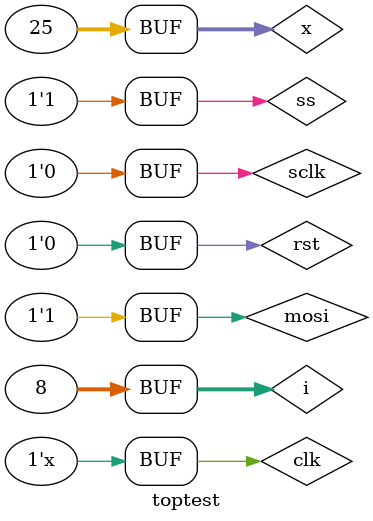
<source format=v>
`timescale 1ns / 1ps

module toptest;

	// Inputs
	reg clk;
	reg rst;
	reg ss;
	reg sclk;
	reg mosi;

	// Outputs
	wire led_d1;
	wire led_d2;
	wire sid_clk;

	// Instantiate the Unit Under Test (UUT)
	espSID_top uut (
		.clk(clk), 
		.rst(rst), 
		.led_d1(led_d1), 
		.led_d2(led_d2), 
		.sid_clk(sid_clk), 
		.ss(ss), 
		.sclk(sclk), 
		.mosi(mosi)
	);

    integer i, x;

    always #5 clk = ~clk;
    
    always @(posedge clk) begin
        $display($time, ": sid_ram %b, addr %b, data_in %b, ram_out %b, en %b", uut.ram.sid_ram, uut.ram.write_addr, uut.ram.ram_in, uut.ram.ram_out, uut.ram.write_en);
        $display($time, ": tmp %b, bit_cnt %d, write_en %b, addr %b, data %b, ss %b", uut.spi.tmp, uut.spi.bit_cnt, uut.spi.write_en, uut.spi.addr, uut.spi.data, uut.spi.ss);
    end
    
	initial begin
		clk = 0;
		rst = 0;
		ss = 1;
		sclk = 0;
		mosi = 0;
        
        // simulate 200 incoming SPI bits (alternating 010101...)
        
        #5
        ss <= 0;
        
        for (i = 0; i < 200; i = i+1) begin
            #25
            sclk <= 1;
            #25
            sclk <= 0;
            mosi = ~mosi;
        end

        #5
        ss <= 1;

        // simulate 200 incoming SPI bits (alternating 0000000011111111...)

        #5
        ss <= 0;

        for (x = 0; x < 25; x = x+1) begin
            mosi = ~mosi;
            for (i = 0; i < 8; i = i+1) begin
                #25
                sclk <= 1;
                #25
                sclk <= 0;
            end
        end

        #5
        ss <= 1;

        
	end
      
endmodule


</source>
